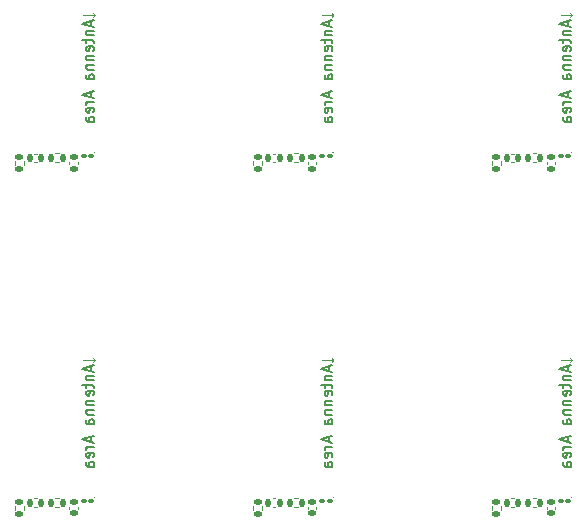
<source format=gbo>
G04 #@! TF.GenerationSoftware,KiCad,Pcbnew,9.0.0-9.0.0-2~ubuntu24.04.1*
G04 #@! TF.CreationDate,2025-03-16T16:10:10-04:00*
G04 #@! TF.ProjectId,panel9,70616e65-6c39-42e6-9b69-6361645f7063,rev?*
G04 #@! TF.SameCoordinates,Original*
G04 #@! TF.FileFunction,Legend,Bot*
G04 #@! TF.FilePolarity,Positive*
%FSLAX46Y46*%
G04 Gerber Fmt 4.6, Leading zero omitted, Abs format (unit mm)*
G04 Created by KiCad (PCBNEW 9.0.0-9.0.0-2~ubuntu24.04.1) date 2025-03-16 16:10:10*
%MOMM*%
%LPD*%
G01*
G04 APERTURE LIST*
G04 Aperture macros list*
%AMRoundRect*
0 Rectangle with rounded corners*
0 $1 Rounding radius*
0 $2 $3 $4 $5 $6 $7 $8 $9 X,Y pos of 4 corners*
0 Add a 4 corners polygon primitive as box body*
4,1,4,$2,$3,$4,$5,$6,$7,$8,$9,$2,$3,0*
0 Add four circle primitives for the rounded corners*
1,1,$1+$1,$2,$3*
1,1,$1+$1,$4,$5*
1,1,$1+$1,$6,$7*
1,1,$1+$1,$8,$9*
0 Add four rect primitives between the rounded corners*
20,1,$1+$1,$2,$3,$4,$5,0*
20,1,$1+$1,$4,$5,$6,$7,0*
20,1,$1+$1,$6,$7,$8,$9,0*
20,1,$1+$1,$8,$9,$2,$3,0*%
%AMFreePoly0*
4,1,6,0.725000,-0.725000,-0.125000,-0.725000,-0.725000,-0.125000,-0.725000,0.725000,0.725000,0.725000,0.725000,-0.725000,0.725000,-0.725000,$1*%
G04 Aperture macros list end*
%ADD10C,0.150000*%
%ADD11C,0.100000*%
%ADD12C,0.120000*%
%ADD13C,0.600000*%
%ADD14C,2.000000*%
%ADD15R,0.600000X0.600000*%
%ADD16O,0.600000X0.600000*%
%ADD17R,1.350000X1.350000*%
%ADD18O,1.350000X1.350000*%
%ADD19C,2.374900*%
%ADD20C,0.990600*%
%ADD21RoundRect,0.100000X-0.130000X-0.100000X0.130000X-0.100000X0.130000X0.100000X-0.130000X0.100000X0*%
%ADD22R,0.400000X0.800000*%
%ADD23R,0.800000X0.400000*%
%ADD24R,1.450000X1.450000*%
%ADD25FreePoly0,90.000000*%
%ADD26R,0.700000X0.700000*%
%ADD27RoundRect,0.135000X-0.185000X0.135000X-0.185000X-0.135000X0.185000X-0.135000X0.185000X0.135000X0*%
%ADD28RoundRect,0.135000X-0.135000X-0.185000X0.135000X-0.185000X0.135000X0.185000X-0.135000X0.185000X0*%
%ADD29C,1.000000*%
%ADD30RoundRect,0.140000X-0.170000X0.140000X-0.170000X-0.140000X0.170000X-0.140000X0.170000X0.140000X0*%
%ADD31RoundRect,0.140000X-0.140000X-0.170000X0.140000X-0.170000X0.140000X0.170000X-0.140000X0.170000X0*%
G04 APERTURE END LIST*
D10*
X23969104Y-21114284D02*
X23969104Y-21542856D01*
X24254819Y-21028570D02*
X23254819Y-21328570D01*
X23254819Y-21328570D02*
X24254819Y-21628570D01*
X23588152Y-21928570D02*
X24254819Y-21928570D01*
X23683390Y-21928570D02*
X23635771Y-21971427D01*
X23635771Y-21971427D02*
X23588152Y-22057142D01*
X23588152Y-22057142D02*
X23588152Y-22185713D01*
X23588152Y-22185713D02*
X23635771Y-22271427D01*
X23635771Y-22271427D02*
X23731009Y-22314285D01*
X23731009Y-22314285D02*
X24254819Y-22314285D01*
X23588152Y-22614285D02*
X23588152Y-22957142D01*
X23254819Y-22742856D02*
X24111961Y-22742856D01*
X24111961Y-22742856D02*
X24207200Y-22785713D01*
X24207200Y-22785713D02*
X24254819Y-22871428D01*
X24254819Y-22871428D02*
X24254819Y-22957142D01*
X24207200Y-23599999D02*
X24254819Y-23514285D01*
X24254819Y-23514285D02*
X24254819Y-23342857D01*
X24254819Y-23342857D02*
X24207200Y-23257142D01*
X24207200Y-23257142D02*
X24111961Y-23214285D01*
X24111961Y-23214285D02*
X23731009Y-23214285D01*
X23731009Y-23214285D02*
X23635771Y-23257142D01*
X23635771Y-23257142D02*
X23588152Y-23342857D01*
X23588152Y-23342857D02*
X23588152Y-23514285D01*
X23588152Y-23514285D02*
X23635771Y-23599999D01*
X23635771Y-23599999D02*
X23731009Y-23642857D01*
X23731009Y-23642857D02*
X23826247Y-23642857D01*
X23826247Y-23642857D02*
X23921485Y-23214285D01*
X23588152Y-24028571D02*
X24254819Y-24028571D01*
X23683390Y-24028571D02*
X23635771Y-24071428D01*
X23635771Y-24071428D02*
X23588152Y-24157143D01*
X23588152Y-24157143D02*
X23588152Y-24285714D01*
X23588152Y-24285714D02*
X23635771Y-24371428D01*
X23635771Y-24371428D02*
X23731009Y-24414286D01*
X23731009Y-24414286D02*
X24254819Y-24414286D01*
X23588152Y-24842857D02*
X24254819Y-24842857D01*
X23683390Y-24842857D02*
X23635771Y-24885714D01*
X23635771Y-24885714D02*
X23588152Y-24971429D01*
X23588152Y-24971429D02*
X23588152Y-25100000D01*
X23588152Y-25100000D02*
X23635771Y-25185714D01*
X23635771Y-25185714D02*
X23731009Y-25228572D01*
X23731009Y-25228572D02*
X24254819Y-25228572D01*
X24254819Y-26042858D02*
X23731009Y-26042858D01*
X23731009Y-26042858D02*
X23635771Y-26000000D01*
X23635771Y-26000000D02*
X23588152Y-25914286D01*
X23588152Y-25914286D02*
X23588152Y-25742858D01*
X23588152Y-25742858D02*
X23635771Y-25657143D01*
X24207200Y-26042858D02*
X24254819Y-25957143D01*
X24254819Y-25957143D02*
X24254819Y-25742858D01*
X24254819Y-25742858D02*
X24207200Y-25657143D01*
X24207200Y-25657143D02*
X24111961Y-25614286D01*
X24111961Y-25614286D02*
X24016723Y-25614286D01*
X24016723Y-25614286D02*
X23921485Y-25657143D01*
X23921485Y-25657143D02*
X23873866Y-25742858D01*
X23873866Y-25742858D02*
X23873866Y-25957143D01*
X23873866Y-25957143D02*
X23826247Y-26042858D01*
X23969104Y-27114286D02*
X23969104Y-27542858D01*
X24254819Y-27028572D02*
X23254819Y-27328572D01*
X23254819Y-27328572D02*
X24254819Y-27628572D01*
X24254819Y-27928572D02*
X23588152Y-27928572D01*
X23778628Y-27928572D02*
X23683390Y-27971429D01*
X23683390Y-27971429D02*
X23635771Y-28014287D01*
X23635771Y-28014287D02*
X23588152Y-28100001D01*
X23588152Y-28100001D02*
X23588152Y-28185715D01*
X24207200Y-28828572D02*
X24254819Y-28742858D01*
X24254819Y-28742858D02*
X24254819Y-28571430D01*
X24254819Y-28571430D02*
X24207200Y-28485715D01*
X24207200Y-28485715D02*
X24111961Y-28442858D01*
X24111961Y-28442858D02*
X23731009Y-28442858D01*
X23731009Y-28442858D02*
X23635771Y-28485715D01*
X23635771Y-28485715D02*
X23588152Y-28571430D01*
X23588152Y-28571430D02*
X23588152Y-28742858D01*
X23588152Y-28742858D02*
X23635771Y-28828572D01*
X23635771Y-28828572D02*
X23731009Y-28871430D01*
X23731009Y-28871430D02*
X23826247Y-28871430D01*
X23826247Y-28871430D02*
X23921485Y-28442858D01*
X24254819Y-29642859D02*
X23731009Y-29642859D01*
X23731009Y-29642859D02*
X23635771Y-29600001D01*
X23635771Y-29600001D02*
X23588152Y-29514287D01*
X23588152Y-29514287D02*
X23588152Y-29342859D01*
X23588152Y-29342859D02*
X23635771Y-29257144D01*
X24207200Y-29642859D02*
X24254819Y-29557144D01*
X24254819Y-29557144D02*
X24254819Y-29342859D01*
X24254819Y-29342859D02*
X24207200Y-29257144D01*
X24207200Y-29257144D02*
X24111961Y-29214287D01*
X24111961Y-29214287D02*
X24016723Y-29214287D01*
X24016723Y-29214287D02*
X23921485Y-29257144D01*
X23921485Y-29257144D02*
X23873866Y-29342859D01*
X23873866Y-29342859D02*
X23873866Y-29557144D01*
X23873866Y-29557144D02*
X23826247Y-29642859D01*
X64369104Y-21114284D02*
X64369104Y-21542856D01*
X64654819Y-21028570D02*
X63654819Y-21328570D01*
X63654819Y-21328570D02*
X64654819Y-21628570D01*
X63988152Y-21928570D02*
X64654819Y-21928570D01*
X64083390Y-21928570D02*
X64035771Y-21971427D01*
X64035771Y-21971427D02*
X63988152Y-22057142D01*
X63988152Y-22057142D02*
X63988152Y-22185713D01*
X63988152Y-22185713D02*
X64035771Y-22271427D01*
X64035771Y-22271427D02*
X64131009Y-22314285D01*
X64131009Y-22314285D02*
X64654819Y-22314285D01*
X63988152Y-22614285D02*
X63988152Y-22957142D01*
X63654819Y-22742856D02*
X64511961Y-22742856D01*
X64511961Y-22742856D02*
X64607200Y-22785713D01*
X64607200Y-22785713D02*
X64654819Y-22871428D01*
X64654819Y-22871428D02*
X64654819Y-22957142D01*
X64607200Y-23599999D02*
X64654819Y-23514285D01*
X64654819Y-23514285D02*
X64654819Y-23342857D01*
X64654819Y-23342857D02*
X64607200Y-23257142D01*
X64607200Y-23257142D02*
X64511961Y-23214285D01*
X64511961Y-23214285D02*
X64131009Y-23214285D01*
X64131009Y-23214285D02*
X64035771Y-23257142D01*
X64035771Y-23257142D02*
X63988152Y-23342857D01*
X63988152Y-23342857D02*
X63988152Y-23514285D01*
X63988152Y-23514285D02*
X64035771Y-23599999D01*
X64035771Y-23599999D02*
X64131009Y-23642857D01*
X64131009Y-23642857D02*
X64226247Y-23642857D01*
X64226247Y-23642857D02*
X64321485Y-23214285D01*
X63988152Y-24028571D02*
X64654819Y-24028571D01*
X64083390Y-24028571D02*
X64035771Y-24071428D01*
X64035771Y-24071428D02*
X63988152Y-24157143D01*
X63988152Y-24157143D02*
X63988152Y-24285714D01*
X63988152Y-24285714D02*
X64035771Y-24371428D01*
X64035771Y-24371428D02*
X64131009Y-24414286D01*
X64131009Y-24414286D02*
X64654819Y-24414286D01*
X63988152Y-24842857D02*
X64654819Y-24842857D01*
X64083390Y-24842857D02*
X64035771Y-24885714D01*
X64035771Y-24885714D02*
X63988152Y-24971429D01*
X63988152Y-24971429D02*
X63988152Y-25100000D01*
X63988152Y-25100000D02*
X64035771Y-25185714D01*
X64035771Y-25185714D02*
X64131009Y-25228572D01*
X64131009Y-25228572D02*
X64654819Y-25228572D01*
X64654819Y-26042858D02*
X64131009Y-26042858D01*
X64131009Y-26042858D02*
X64035771Y-26000000D01*
X64035771Y-26000000D02*
X63988152Y-25914286D01*
X63988152Y-25914286D02*
X63988152Y-25742858D01*
X63988152Y-25742858D02*
X64035771Y-25657143D01*
X64607200Y-26042858D02*
X64654819Y-25957143D01*
X64654819Y-25957143D02*
X64654819Y-25742858D01*
X64654819Y-25742858D02*
X64607200Y-25657143D01*
X64607200Y-25657143D02*
X64511961Y-25614286D01*
X64511961Y-25614286D02*
X64416723Y-25614286D01*
X64416723Y-25614286D02*
X64321485Y-25657143D01*
X64321485Y-25657143D02*
X64273866Y-25742858D01*
X64273866Y-25742858D02*
X64273866Y-25957143D01*
X64273866Y-25957143D02*
X64226247Y-26042858D01*
X64369104Y-27114286D02*
X64369104Y-27542858D01*
X64654819Y-27028572D02*
X63654819Y-27328572D01*
X63654819Y-27328572D02*
X64654819Y-27628572D01*
X64654819Y-27928572D02*
X63988152Y-27928572D01*
X64178628Y-27928572D02*
X64083390Y-27971429D01*
X64083390Y-27971429D02*
X64035771Y-28014287D01*
X64035771Y-28014287D02*
X63988152Y-28100001D01*
X63988152Y-28100001D02*
X63988152Y-28185715D01*
X64607200Y-28828572D02*
X64654819Y-28742858D01*
X64654819Y-28742858D02*
X64654819Y-28571430D01*
X64654819Y-28571430D02*
X64607200Y-28485715D01*
X64607200Y-28485715D02*
X64511961Y-28442858D01*
X64511961Y-28442858D02*
X64131009Y-28442858D01*
X64131009Y-28442858D02*
X64035771Y-28485715D01*
X64035771Y-28485715D02*
X63988152Y-28571430D01*
X63988152Y-28571430D02*
X63988152Y-28742858D01*
X63988152Y-28742858D02*
X64035771Y-28828572D01*
X64035771Y-28828572D02*
X64131009Y-28871430D01*
X64131009Y-28871430D02*
X64226247Y-28871430D01*
X64226247Y-28871430D02*
X64321485Y-28442858D01*
X64654819Y-29642859D02*
X64131009Y-29642859D01*
X64131009Y-29642859D02*
X64035771Y-29600001D01*
X64035771Y-29600001D02*
X63988152Y-29514287D01*
X63988152Y-29514287D02*
X63988152Y-29342859D01*
X63988152Y-29342859D02*
X64035771Y-29257144D01*
X64607200Y-29642859D02*
X64654819Y-29557144D01*
X64654819Y-29557144D02*
X64654819Y-29342859D01*
X64654819Y-29342859D02*
X64607200Y-29257144D01*
X64607200Y-29257144D02*
X64511961Y-29214287D01*
X64511961Y-29214287D02*
X64416723Y-29214287D01*
X64416723Y-29214287D02*
X64321485Y-29257144D01*
X64321485Y-29257144D02*
X64273866Y-29342859D01*
X64273866Y-29342859D02*
X64273866Y-29557144D01*
X64273866Y-29557144D02*
X64226247Y-29642859D01*
X44169104Y-50314284D02*
X44169104Y-50742856D01*
X44454819Y-50228570D02*
X43454819Y-50528570D01*
X43454819Y-50528570D02*
X44454819Y-50828570D01*
X43788152Y-51128570D02*
X44454819Y-51128570D01*
X43883390Y-51128570D02*
X43835771Y-51171427D01*
X43835771Y-51171427D02*
X43788152Y-51257142D01*
X43788152Y-51257142D02*
X43788152Y-51385713D01*
X43788152Y-51385713D02*
X43835771Y-51471427D01*
X43835771Y-51471427D02*
X43931009Y-51514285D01*
X43931009Y-51514285D02*
X44454819Y-51514285D01*
X43788152Y-51814285D02*
X43788152Y-52157142D01*
X43454819Y-51942856D02*
X44311961Y-51942856D01*
X44311961Y-51942856D02*
X44407200Y-51985713D01*
X44407200Y-51985713D02*
X44454819Y-52071428D01*
X44454819Y-52071428D02*
X44454819Y-52157142D01*
X44407200Y-52799999D02*
X44454819Y-52714285D01*
X44454819Y-52714285D02*
X44454819Y-52542857D01*
X44454819Y-52542857D02*
X44407200Y-52457142D01*
X44407200Y-52457142D02*
X44311961Y-52414285D01*
X44311961Y-52414285D02*
X43931009Y-52414285D01*
X43931009Y-52414285D02*
X43835771Y-52457142D01*
X43835771Y-52457142D02*
X43788152Y-52542857D01*
X43788152Y-52542857D02*
X43788152Y-52714285D01*
X43788152Y-52714285D02*
X43835771Y-52799999D01*
X43835771Y-52799999D02*
X43931009Y-52842857D01*
X43931009Y-52842857D02*
X44026247Y-52842857D01*
X44026247Y-52842857D02*
X44121485Y-52414285D01*
X43788152Y-53228571D02*
X44454819Y-53228571D01*
X43883390Y-53228571D02*
X43835771Y-53271428D01*
X43835771Y-53271428D02*
X43788152Y-53357143D01*
X43788152Y-53357143D02*
X43788152Y-53485714D01*
X43788152Y-53485714D02*
X43835771Y-53571428D01*
X43835771Y-53571428D02*
X43931009Y-53614286D01*
X43931009Y-53614286D02*
X44454819Y-53614286D01*
X43788152Y-54042857D02*
X44454819Y-54042857D01*
X43883390Y-54042857D02*
X43835771Y-54085714D01*
X43835771Y-54085714D02*
X43788152Y-54171429D01*
X43788152Y-54171429D02*
X43788152Y-54300000D01*
X43788152Y-54300000D02*
X43835771Y-54385714D01*
X43835771Y-54385714D02*
X43931009Y-54428572D01*
X43931009Y-54428572D02*
X44454819Y-54428572D01*
X44454819Y-55242858D02*
X43931009Y-55242858D01*
X43931009Y-55242858D02*
X43835771Y-55200000D01*
X43835771Y-55200000D02*
X43788152Y-55114286D01*
X43788152Y-55114286D02*
X43788152Y-54942858D01*
X43788152Y-54942858D02*
X43835771Y-54857143D01*
X44407200Y-55242858D02*
X44454819Y-55157143D01*
X44454819Y-55157143D02*
X44454819Y-54942858D01*
X44454819Y-54942858D02*
X44407200Y-54857143D01*
X44407200Y-54857143D02*
X44311961Y-54814286D01*
X44311961Y-54814286D02*
X44216723Y-54814286D01*
X44216723Y-54814286D02*
X44121485Y-54857143D01*
X44121485Y-54857143D02*
X44073866Y-54942858D01*
X44073866Y-54942858D02*
X44073866Y-55157143D01*
X44073866Y-55157143D02*
X44026247Y-55242858D01*
X44169104Y-56314286D02*
X44169104Y-56742858D01*
X44454819Y-56228572D02*
X43454819Y-56528572D01*
X43454819Y-56528572D02*
X44454819Y-56828572D01*
X44454819Y-57128572D02*
X43788152Y-57128572D01*
X43978628Y-57128572D02*
X43883390Y-57171429D01*
X43883390Y-57171429D02*
X43835771Y-57214287D01*
X43835771Y-57214287D02*
X43788152Y-57300001D01*
X43788152Y-57300001D02*
X43788152Y-57385715D01*
X44407200Y-58028572D02*
X44454819Y-57942858D01*
X44454819Y-57942858D02*
X44454819Y-57771430D01*
X44454819Y-57771430D02*
X44407200Y-57685715D01*
X44407200Y-57685715D02*
X44311961Y-57642858D01*
X44311961Y-57642858D02*
X43931009Y-57642858D01*
X43931009Y-57642858D02*
X43835771Y-57685715D01*
X43835771Y-57685715D02*
X43788152Y-57771430D01*
X43788152Y-57771430D02*
X43788152Y-57942858D01*
X43788152Y-57942858D02*
X43835771Y-58028572D01*
X43835771Y-58028572D02*
X43931009Y-58071430D01*
X43931009Y-58071430D02*
X44026247Y-58071430D01*
X44026247Y-58071430D02*
X44121485Y-57642858D01*
X44454819Y-58842859D02*
X43931009Y-58842859D01*
X43931009Y-58842859D02*
X43835771Y-58800001D01*
X43835771Y-58800001D02*
X43788152Y-58714287D01*
X43788152Y-58714287D02*
X43788152Y-58542859D01*
X43788152Y-58542859D02*
X43835771Y-58457144D01*
X44407200Y-58842859D02*
X44454819Y-58757144D01*
X44454819Y-58757144D02*
X44454819Y-58542859D01*
X44454819Y-58542859D02*
X44407200Y-58457144D01*
X44407200Y-58457144D02*
X44311961Y-58414287D01*
X44311961Y-58414287D02*
X44216723Y-58414287D01*
X44216723Y-58414287D02*
X44121485Y-58457144D01*
X44121485Y-58457144D02*
X44073866Y-58542859D01*
X44073866Y-58542859D02*
X44073866Y-58757144D01*
X44073866Y-58757144D02*
X44026247Y-58842859D01*
X64369104Y-50314284D02*
X64369104Y-50742856D01*
X64654819Y-50228570D02*
X63654819Y-50528570D01*
X63654819Y-50528570D02*
X64654819Y-50828570D01*
X63988152Y-51128570D02*
X64654819Y-51128570D01*
X64083390Y-51128570D02*
X64035771Y-51171427D01*
X64035771Y-51171427D02*
X63988152Y-51257142D01*
X63988152Y-51257142D02*
X63988152Y-51385713D01*
X63988152Y-51385713D02*
X64035771Y-51471427D01*
X64035771Y-51471427D02*
X64131009Y-51514285D01*
X64131009Y-51514285D02*
X64654819Y-51514285D01*
X63988152Y-51814285D02*
X63988152Y-52157142D01*
X63654819Y-51942856D02*
X64511961Y-51942856D01*
X64511961Y-51942856D02*
X64607200Y-51985713D01*
X64607200Y-51985713D02*
X64654819Y-52071428D01*
X64654819Y-52071428D02*
X64654819Y-52157142D01*
X64607200Y-52799999D02*
X64654819Y-52714285D01*
X64654819Y-52714285D02*
X64654819Y-52542857D01*
X64654819Y-52542857D02*
X64607200Y-52457142D01*
X64607200Y-52457142D02*
X64511961Y-52414285D01*
X64511961Y-52414285D02*
X64131009Y-52414285D01*
X64131009Y-52414285D02*
X64035771Y-52457142D01*
X64035771Y-52457142D02*
X63988152Y-52542857D01*
X63988152Y-52542857D02*
X63988152Y-52714285D01*
X63988152Y-52714285D02*
X64035771Y-52799999D01*
X64035771Y-52799999D02*
X64131009Y-52842857D01*
X64131009Y-52842857D02*
X64226247Y-52842857D01*
X64226247Y-52842857D02*
X64321485Y-52414285D01*
X63988152Y-53228571D02*
X64654819Y-53228571D01*
X64083390Y-53228571D02*
X64035771Y-53271428D01*
X64035771Y-53271428D02*
X63988152Y-53357143D01*
X63988152Y-53357143D02*
X63988152Y-53485714D01*
X63988152Y-53485714D02*
X64035771Y-53571428D01*
X64035771Y-53571428D02*
X64131009Y-53614286D01*
X64131009Y-53614286D02*
X64654819Y-53614286D01*
X63988152Y-54042857D02*
X64654819Y-54042857D01*
X64083390Y-54042857D02*
X64035771Y-54085714D01*
X64035771Y-54085714D02*
X63988152Y-54171429D01*
X63988152Y-54171429D02*
X63988152Y-54300000D01*
X63988152Y-54300000D02*
X64035771Y-54385714D01*
X64035771Y-54385714D02*
X64131009Y-54428572D01*
X64131009Y-54428572D02*
X64654819Y-54428572D01*
X64654819Y-55242858D02*
X64131009Y-55242858D01*
X64131009Y-55242858D02*
X64035771Y-55200000D01*
X64035771Y-55200000D02*
X63988152Y-55114286D01*
X63988152Y-55114286D02*
X63988152Y-54942858D01*
X63988152Y-54942858D02*
X64035771Y-54857143D01*
X64607200Y-55242858D02*
X64654819Y-55157143D01*
X64654819Y-55157143D02*
X64654819Y-54942858D01*
X64654819Y-54942858D02*
X64607200Y-54857143D01*
X64607200Y-54857143D02*
X64511961Y-54814286D01*
X64511961Y-54814286D02*
X64416723Y-54814286D01*
X64416723Y-54814286D02*
X64321485Y-54857143D01*
X64321485Y-54857143D02*
X64273866Y-54942858D01*
X64273866Y-54942858D02*
X64273866Y-55157143D01*
X64273866Y-55157143D02*
X64226247Y-55242858D01*
X64369104Y-56314286D02*
X64369104Y-56742858D01*
X64654819Y-56228572D02*
X63654819Y-56528572D01*
X63654819Y-56528572D02*
X64654819Y-56828572D01*
X64654819Y-57128572D02*
X63988152Y-57128572D01*
X64178628Y-57128572D02*
X64083390Y-57171429D01*
X64083390Y-57171429D02*
X64035771Y-57214287D01*
X64035771Y-57214287D02*
X63988152Y-57300001D01*
X63988152Y-57300001D02*
X63988152Y-57385715D01*
X64607200Y-58028572D02*
X64654819Y-57942858D01*
X64654819Y-57942858D02*
X64654819Y-57771430D01*
X64654819Y-57771430D02*
X64607200Y-57685715D01*
X64607200Y-57685715D02*
X64511961Y-57642858D01*
X64511961Y-57642858D02*
X64131009Y-57642858D01*
X64131009Y-57642858D02*
X64035771Y-57685715D01*
X64035771Y-57685715D02*
X63988152Y-57771430D01*
X63988152Y-57771430D02*
X63988152Y-57942858D01*
X63988152Y-57942858D02*
X64035771Y-58028572D01*
X64035771Y-58028572D02*
X64131009Y-58071430D01*
X64131009Y-58071430D02*
X64226247Y-58071430D01*
X64226247Y-58071430D02*
X64321485Y-57642858D01*
X64654819Y-58842859D02*
X64131009Y-58842859D01*
X64131009Y-58842859D02*
X64035771Y-58800001D01*
X64035771Y-58800001D02*
X63988152Y-58714287D01*
X63988152Y-58714287D02*
X63988152Y-58542859D01*
X63988152Y-58542859D02*
X64035771Y-58457144D01*
X64607200Y-58842859D02*
X64654819Y-58757144D01*
X64654819Y-58757144D02*
X64654819Y-58542859D01*
X64654819Y-58542859D02*
X64607200Y-58457144D01*
X64607200Y-58457144D02*
X64511961Y-58414287D01*
X64511961Y-58414287D02*
X64416723Y-58414287D01*
X64416723Y-58414287D02*
X64321485Y-58457144D01*
X64321485Y-58457144D02*
X64273866Y-58542859D01*
X64273866Y-58542859D02*
X64273866Y-58757144D01*
X64273866Y-58757144D02*
X64226247Y-58842859D01*
X23969104Y-50314284D02*
X23969104Y-50742856D01*
X24254819Y-50228570D02*
X23254819Y-50528570D01*
X23254819Y-50528570D02*
X24254819Y-50828570D01*
X23588152Y-51128570D02*
X24254819Y-51128570D01*
X23683390Y-51128570D02*
X23635771Y-51171427D01*
X23635771Y-51171427D02*
X23588152Y-51257142D01*
X23588152Y-51257142D02*
X23588152Y-51385713D01*
X23588152Y-51385713D02*
X23635771Y-51471427D01*
X23635771Y-51471427D02*
X23731009Y-51514285D01*
X23731009Y-51514285D02*
X24254819Y-51514285D01*
X23588152Y-51814285D02*
X23588152Y-52157142D01*
X23254819Y-51942856D02*
X24111961Y-51942856D01*
X24111961Y-51942856D02*
X24207200Y-51985713D01*
X24207200Y-51985713D02*
X24254819Y-52071428D01*
X24254819Y-52071428D02*
X24254819Y-52157142D01*
X24207200Y-52799999D02*
X24254819Y-52714285D01*
X24254819Y-52714285D02*
X24254819Y-52542857D01*
X24254819Y-52542857D02*
X24207200Y-52457142D01*
X24207200Y-52457142D02*
X24111961Y-52414285D01*
X24111961Y-52414285D02*
X23731009Y-52414285D01*
X23731009Y-52414285D02*
X23635771Y-52457142D01*
X23635771Y-52457142D02*
X23588152Y-52542857D01*
X23588152Y-52542857D02*
X23588152Y-52714285D01*
X23588152Y-52714285D02*
X23635771Y-52799999D01*
X23635771Y-52799999D02*
X23731009Y-52842857D01*
X23731009Y-52842857D02*
X23826247Y-52842857D01*
X23826247Y-52842857D02*
X23921485Y-52414285D01*
X23588152Y-53228571D02*
X24254819Y-53228571D01*
X23683390Y-53228571D02*
X23635771Y-53271428D01*
X23635771Y-53271428D02*
X23588152Y-53357143D01*
X23588152Y-53357143D02*
X23588152Y-53485714D01*
X23588152Y-53485714D02*
X23635771Y-53571428D01*
X23635771Y-53571428D02*
X23731009Y-53614286D01*
X23731009Y-53614286D02*
X24254819Y-53614286D01*
X23588152Y-54042857D02*
X24254819Y-54042857D01*
X23683390Y-54042857D02*
X23635771Y-54085714D01*
X23635771Y-54085714D02*
X23588152Y-54171429D01*
X23588152Y-54171429D02*
X23588152Y-54300000D01*
X23588152Y-54300000D02*
X23635771Y-54385714D01*
X23635771Y-54385714D02*
X23731009Y-54428572D01*
X23731009Y-54428572D02*
X24254819Y-54428572D01*
X24254819Y-55242858D02*
X23731009Y-55242858D01*
X23731009Y-55242858D02*
X23635771Y-55200000D01*
X23635771Y-55200000D02*
X23588152Y-55114286D01*
X23588152Y-55114286D02*
X23588152Y-54942858D01*
X23588152Y-54942858D02*
X23635771Y-54857143D01*
X24207200Y-55242858D02*
X24254819Y-55157143D01*
X24254819Y-55157143D02*
X24254819Y-54942858D01*
X24254819Y-54942858D02*
X24207200Y-54857143D01*
X24207200Y-54857143D02*
X24111961Y-54814286D01*
X24111961Y-54814286D02*
X24016723Y-54814286D01*
X24016723Y-54814286D02*
X23921485Y-54857143D01*
X23921485Y-54857143D02*
X23873866Y-54942858D01*
X23873866Y-54942858D02*
X23873866Y-55157143D01*
X23873866Y-55157143D02*
X23826247Y-55242858D01*
X23969104Y-56314286D02*
X23969104Y-56742858D01*
X24254819Y-56228572D02*
X23254819Y-56528572D01*
X23254819Y-56528572D02*
X24254819Y-56828572D01*
X24254819Y-57128572D02*
X23588152Y-57128572D01*
X23778628Y-57128572D02*
X23683390Y-57171429D01*
X23683390Y-57171429D02*
X23635771Y-57214287D01*
X23635771Y-57214287D02*
X23588152Y-57300001D01*
X23588152Y-57300001D02*
X23588152Y-57385715D01*
X24207200Y-58028572D02*
X24254819Y-57942858D01*
X24254819Y-57942858D02*
X24254819Y-57771430D01*
X24254819Y-57771430D02*
X24207200Y-57685715D01*
X24207200Y-57685715D02*
X24111961Y-57642858D01*
X24111961Y-57642858D02*
X23731009Y-57642858D01*
X23731009Y-57642858D02*
X23635771Y-57685715D01*
X23635771Y-57685715D02*
X23588152Y-57771430D01*
X23588152Y-57771430D02*
X23588152Y-57942858D01*
X23588152Y-57942858D02*
X23635771Y-58028572D01*
X23635771Y-58028572D02*
X23731009Y-58071430D01*
X23731009Y-58071430D02*
X23826247Y-58071430D01*
X23826247Y-58071430D02*
X23921485Y-57642858D01*
X24254819Y-58842859D02*
X23731009Y-58842859D01*
X23731009Y-58842859D02*
X23635771Y-58800001D01*
X23635771Y-58800001D02*
X23588152Y-58714287D01*
X23588152Y-58714287D02*
X23588152Y-58542859D01*
X23588152Y-58542859D02*
X23635771Y-58457144D01*
X24207200Y-58842859D02*
X24254819Y-58757144D01*
X24254819Y-58757144D02*
X24254819Y-58542859D01*
X24254819Y-58542859D02*
X24207200Y-58457144D01*
X24207200Y-58457144D02*
X24111961Y-58414287D01*
X24111961Y-58414287D02*
X24016723Y-58414287D01*
X24016723Y-58414287D02*
X23921485Y-58457144D01*
X23921485Y-58457144D02*
X23873866Y-58542859D01*
X23873866Y-58542859D02*
X23873866Y-58757144D01*
X23873866Y-58757144D02*
X23826247Y-58842859D01*
X44169104Y-21114284D02*
X44169104Y-21542856D01*
X44454819Y-21028570D02*
X43454819Y-21328570D01*
X43454819Y-21328570D02*
X44454819Y-21628570D01*
X43788152Y-21928570D02*
X44454819Y-21928570D01*
X43883390Y-21928570D02*
X43835771Y-21971427D01*
X43835771Y-21971427D02*
X43788152Y-22057142D01*
X43788152Y-22057142D02*
X43788152Y-22185713D01*
X43788152Y-22185713D02*
X43835771Y-22271427D01*
X43835771Y-22271427D02*
X43931009Y-22314285D01*
X43931009Y-22314285D02*
X44454819Y-22314285D01*
X43788152Y-22614285D02*
X43788152Y-22957142D01*
X43454819Y-22742856D02*
X44311961Y-22742856D01*
X44311961Y-22742856D02*
X44407200Y-22785713D01*
X44407200Y-22785713D02*
X44454819Y-22871428D01*
X44454819Y-22871428D02*
X44454819Y-22957142D01*
X44407200Y-23599999D02*
X44454819Y-23514285D01*
X44454819Y-23514285D02*
X44454819Y-23342857D01*
X44454819Y-23342857D02*
X44407200Y-23257142D01*
X44407200Y-23257142D02*
X44311961Y-23214285D01*
X44311961Y-23214285D02*
X43931009Y-23214285D01*
X43931009Y-23214285D02*
X43835771Y-23257142D01*
X43835771Y-23257142D02*
X43788152Y-23342857D01*
X43788152Y-23342857D02*
X43788152Y-23514285D01*
X43788152Y-23514285D02*
X43835771Y-23599999D01*
X43835771Y-23599999D02*
X43931009Y-23642857D01*
X43931009Y-23642857D02*
X44026247Y-23642857D01*
X44026247Y-23642857D02*
X44121485Y-23214285D01*
X43788152Y-24028571D02*
X44454819Y-24028571D01*
X43883390Y-24028571D02*
X43835771Y-24071428D01*
X43835771Y-24071428D02*
X43788152Y-24157143D01*
X43788152Y-24157143D02*
X43788152Y-24285714D01*
X43788152Y-24285714D02*
X43835771Y-24371428D01*
X43835771Y-24371428D02*
X43931009Y-24414286D01*
X43931009Y-24414286D02*
X44454819Y-24414286D01*
X43788152Y-24842857D02*
X44454819Y-24842857D01*
X43883390Y-24842857D02*
X43835771Y-24885714D01*
X43835771Y-24885714D02*
X43788152Y-24971429D01*
X43788152Y-24971429D02*
X43788152Y-25100000D01*
X43788152Y-25100000D02*
X43835771Y-25185714D01*
X43835771Y-25185714D02*
X43931009Y-25228572D01*
X43931009Y-25228572D02*
X44454819Y-25228572D01*
X44454819Y-26042858D02*
X43931009Y-26042858D01*
X43931009Y-26042858D02*
X43835771Y-26000000D01*
X43835771Y-26000000D02*
X43788152Y-25914286D01*
X43788152Y-25914286D02*
X43788152Y-25742858D01*
X43788152Y-25742858D02*
X43835771Y-25657143D01*
X44407200Y-26042858D02*
X44454819Y-25957143D01*
X44454819Y-25957143D02*
X44454819Y-25742858D01*
X44454819Y-25742858D02*
X44407200Y-25657143D01*
X44407200Y-25657143D02*
X44311961Y-25614286D01*
X44311961Y-25614286D02*
X44216723Y-25614286D01*
X44216723Y-25614286D02*
X44121485Y-25657143D01*
X44121485Y-25657143D02*
X44073866Y-25742858D01*
X44073866Y-25742858D02*
X44073866Y-25957143D01*
X44073866Y-25957143D02*
X44026247Y-26042858D01*
X44169104Y-27114286D02*
X44169104Y-27542858D01*
X44454819Y-27028572D02*
X43454819Y-27328572D01*
X43454819Y-27328572D02*
X44454819Y-27628572D01*
X44454819Y-27928572D02*
X43788152Y-27928572D01*
X43978628Y-27928572D02*
X43883390Y-27971429D01*
X43883390Y-27971429D02*
X43835771Y-28014287D01*
X43835771Y-28014287D02*
X43788152Y-28100001D01*
X43788152Y-28100001D02*
X43788152Y-28185715D01*
X44407200Y-28828572D02*
X44454819Y-28742858D01*
X44454819Y-28742858D02*
X44454819Y-28571430D01*
X44454819Y-28571430D02*
X44407200Y-28485715D01*
X44407200Y-28485715D02*
X44311961Y-28442858D01*
X44311961Y-28442858D02*
X43931009Y-28442858D01*
X43931009Y-28442858D02*
X43835771Y-28485715D01*
X43835771Y-28485715D02*
X43788152Y-28571430D01*
X43788152Y-28571430D02*
X43788152Y-28742858D01*
X43788152Y-28742858D02*
X43835771Y-28828572D01*
X43835771Y-28828572D02*
X43931009Y-28871430D01*
X43931009Y-28871430D02*
X44026247Y-28871430D01*
X44026247Y-28871430D02*
X44121485Y-28442858D01*
X44454819Y-29642859D02*
X43931009Y-29642859D01*
X43931009Y-29642859D02*
X43835771Y-29600001D01*
X43835771Y-29600001D02*
X43788152Y-29514287D01*
X43788152Y-29514287D02*
X43788152Y-29342859D01*
X43788152Y-29342859D02*
X43835771Y-29257144D01*
X44407200Y-29642859D02*
X44454819Y-29557144D01*
X44454819Y-29557144D02*
X44454819Y-29342859D01*
X44454819Y-29342859D02*
X44407200Y-29257144D01*
X44407200Y-29257144D02*
X44311961Y-29214287D01*
X44311961Y-29214287D02*
X44216723Y-29214287D01*
X44216723Y-29214287D02*
X44121485Y-29257144D01*
X44121485Y-29257144D02*
X44073866Y-29342859D01*
X44073866Y-29342859D02*
X44073866Y-29557144D01*
X44073866Y-29557144D02*
X44026247Y-29642859D01*
D11*
G04 #@! TO.C,U3*
X23375000Y-20575000D02*
X24325000Y-20575000D01*
X24325000Y-20575000D02*
X24175000Y-20400000D01*
X24325000Y-20575000D02*
X24175000Y-20775000D01*
X24350000Y-32200000D02*
G75*
G02*
X24250000Y-32200000I-50000J0D01*
G01*
X24250000Y-32200000D02*
G75*
G02*
X24350000Y-32200000I50000J0D01*
G01*
X63775000Y-20575000D02*
X64725000Y-20575000D01*
X64725000Y-20575000D02*
X64575000Y-20400000D01*
X64725000Y-20575000D02*
X64575000Y-20775000D01*
X64750000Y-32200000D02*
G75*
G02*
X64650000Y-32200000I-50000J0D01*
G01*
X64650000Y-32200000D02*
G75*
G02*
X64750000Y-32200000I50000J0D01*
G01*
D12*
G04 #@! TO.C,R6*
X37750000Y-62176359D02*
X37750000Y-62483641D01*
X38510000Y-62176359D02*
X38510000Y-62483641D01*
G04 #@! TO.C,R10*
X61396359Y-32290000D02*
X61703641Y-32290000D01*
X61396359Y-33050000D02*
X61703641Y-33050000D01*
X20996359Y-61490000D02*
X21303641Y-61490000D01*
X20996359Y-62250000D02*
X21303641Y-62250000D01*
G04 #@! TO.C,R6*
X17550000Y-32976359D02*
X17550000Y-33283641D01*
X18310000Y-32976359D02*
X18310000Y-33283641D01*
X17550000Y-62176359D02*
X17550000Y-62483641D01*
X18310000Y-62176359D02*
X18310000Y-62483641D01*
G04 #@! TO.C,C14*
X22180000Y-33002164D02*
X22180000Y-33217836D01*
X22900000Y-33002164D02*
X22900000Y-33217836D01*
D11*
G04 #@! TO.C,U3*
X43575000Y-49775000D02*
X44525000Y-49775000D01*
X44525000Y-49775000D02*
X44375000Y-49600000D01*
X44525000Y-49775000D02*
X44375000Y-49975000D01*
X44550000Y-61400000D02*
G75*
G02*
X44450000Y-61400000I-50000J0D01*
G01*
X44450000Y-61400000D02*
G75*
G02*
X44550000Y-61400000I50000J0D01*
G01*
X63775000Y-49775000D02*
X64725000Y-49775000D01*
X64725000Y-49775000D02*
X64575000Y-49600000D01*
X64725000Y-49775000D02*
X64575000Y-49975000D01*
X64750000Y-61400000D02*
G75*
G02*
X64650000Y-61400000I-50000J0D01*
G01*
X64650000Y-61400000D02*
G75*
G02*
X64750000Y-61400000I50000J0D01*
G01*
D12*
G04 #@! TO.C,R6*
X37750000Y-32976359D02*
X37750000Y-33283641D01*
X38510000Y-32976359D02*
X38510000Y-33283641D01*
G04 #@! TO.C,C14*
X22180000Y-62202164D02*
X22180000Y-62417836D01*
X22900000Y-62202164D02*
X22900000Y-62417836D01*
G04 #@! TO.C,R6*
X57950000Y-32976359D02*
X57950000Y-33283641D01*
X58710000Y-32976359D02*
X58710000Y-33283641D01*
G04 #@! TO.C,C5*
X39402164Y-32320000D02*
X39617836Y-32320000D01*
X39402164Y-33040000D02*
X39617836Y-33040000D01*
G04 #@! TO.C,R10*
X41196359Y-61490000D02*
X41503641Y-61490000D01*
X41196359Y-62250000D02*
X41503641Y-62250000D01*
G04 #@! TO.C,C14*
X42380000Y-62202164D02*
X42380000Y-62417836D01*
X43100000Y-62202164D02*
X43100000Y-62417836D01*
G04 #@! TO.C,R10*
X41196359Y-32290000D02*
X41503641Y-32290000D01*
X41196359Y-33050000D02*
X41503641Y-33050000D01*
G04 #@! TO.C,R6*
X57950000Y-62176359D02*
X57950000Y-62483641D01*
X58710000Y-62176359D02*
X58710000Y-62483641D01*
G04 #@! TO.C,C14*
X62580000Y-62202164D02*
X62580000Y-62417836D01*
X63300000Y-62202164D02*
X63300000Y-62417836D01*
D11*
G04 #@! TO.C,U3*
X23375000Y-49775000D02*
X24325000Y-49775000D01*
X24325000Y-49775000D02*
X24175000Y-49600000D01*
X24325000Y-49775000D02*
X24175000Y-49975000D01*
X24350000Y-61400000D02*
G75*
G02*
X24250000Y-61400000I-50000J0D01*
G01*
X24250000Y-61400000D02*
G75*
G02*
X24350000Y-61400000I50000J0D01*
G01*
D12*
G04 #@! TO.C,R10*
X61396359Y-61490000D02*
X61703641Y-61490000D01*
X61396359Y-62250000D02*
X61703641Y-62250000D01*
G04 #@! TO.C,C14*
X42380000Y-33002164D02*
X42380000Y-33217836D01*
X43100000Y-33002164D02*
X43100000Y-33217836D01*
G04 #@! TO.C,C5*
X39402164Y-61520000D02*
X39617836Y-61520000D01*
X39402164Y-62240000D02*
X39617836Y-62240000D01*
X59602164Y-61520000D02*
X59817836Y-61520000D01*
X59602164Y-62240000D02*
X59817836Y-62240000D01*
G04 #@! TO.C,C14*
X62580000Y-33002164D02*
X62580000Y-33217836D01*
X63300000Y-33002164D02*
X63300000Y-33217836D01*
D11*
G04 #@! TO.C,U3*
X43575000Y-20575000D02*
X44525000Y-20575000D01*
X44525000Y-20575000D02*
X44375000Y-20400000D01*
X44525000Y-20575000D02*
X44375000Y-20775000D01*
X44550000Y-32200000D02*
G75*
G02*
X44450000Y-32200000I-50000J0D01*
G01*
X44450000Y-32200000D02*
G75*
G02*
X44550000Y-32200000I50000J0D01*
G01*
D12*
G04 #@! TO.C,C5*
X19202164Y-32320000D02*
X19417836Y-32320000D01*
X19202164Y-33040000D02*
X19417836Y-33040000D01*
X59602164Y-32320000D02*
X59817836Y-32320000D01*
X59602164Y-33040000D02*
X59817836Y-33040000D01*
X19202164Y-61520000D02*
X19417836Y-61520000D01*
X19202164Y-62240000D02*
X19417836Y-62240000D01*
G04 #@! TO.C,R10*
X20996359Y-32290000D02*
X21303641Y-32290000D01*
X20996359Y-33050000D02*
X21303641Y-33050000D01*
G04 #@! TD*
%LPC*%
D13*
G04 #@! TO.C,*
X76600000Y-15000000D03*
G04 #@! TD*
D14*
G04 #@! TO.C,KiKit_TO_1*
X2500000Y-2500000D03*
G04 #@! TD*
D13*
G04 #@! TO.C,REF\u002A\u002A*
X79600000Y-15000000D03*
G04 #@! TD*
G04 #@! TO.C,*
X75600000Y-15000000D03*
G04 #@! TD*
G04 #@! TO.C,*
X72600000Y-15000000D03*
G04 #@! TD*
D14*
G04 #@! TO.C,KiKit_TO_3*
X2500000Y-77500000D03*
G04 #@! TD*
D15*
G04 #@! TO.C,J3*
X18790000Y-33900000D03*
D16*
X19790000Y-33900000D03*
X20790000Y-33900000D03*
X21790000Y-33900000D03*
G04 #@! TD*
D17*
G04 #@! TO.C,J1*
X54100000Y-29900000D03*
D18*
X54100000Y-27400000D03*
X54100000Y-25400000D03*
X54100000Y-23400000D03*
X54100000Y-20900000D03*
G04 #@! TD*
D15*
G04 #@! TO.C,J3*
X38990000Y-33900000D03*
D16*
X39990000Y-33900000D03*
X40990000Y-33900000D03*
X41990000Y-33900000D03*
G04 #@! TD*
D13*
G04 #@! TO.C,J4*
X24070000Y-33900000D03*
G04 #@! TD*
G04 #@! TO.C,*
X70600000Y-65000000D03*
G04 #@! TD*
G04 #@! TO.C,*
X8400000Y-15000000D03*
G04 #@! TD*
G04 #@! TO.C,*
X74600000Y-15000000D03*
G04 #@! TD*
D17*
G04 #@! TO.C,J1*
X54100000Y-59100000D03*
D18*
X54100000Y-56600000D03*
X54100000Y-54600000D03*
X54100000Y-52600000D03*
X54100000Y-50100000D03*
G04 #@! TD*
D13*
G04 #@! TO.C,*
X3400000Y-65000000D03*
G04 #@! TD*
G04 #@! TO.C,*
X3400000Y-15000000D03*
G04 #@! TD*
D17*
G04 #@! TO.C,J1*
X33900000Y-59100000D03*
D18*
X33900000Y-56600000D03*
X33900000Y-54600000D03*
X33900000Y-52600000D03*
X33900000Y-50100000D03*
G04 #@! TD*
D17*
G04 #@! TO.C,J1*
X13700000Y-29900000D03*
D18*
X13700000Y-27400000D03*
X13700000Y-25400000D03*
X13700000Y-23400000D03*
X13700000Y-20900000D03*
G04 #@! TD*
D17*
G04 #@! TO.C,J1*
X33900000Y-29900000D03*
D18*
X33900000Y-27400000D03*
X33900000Y-25400000D03*
X33900000Y-23400000D03*
X33900000Y-20900000D03*
G04 #@! TD*
D15*
G04 #@! TO.C,J3*
X38990000Y-63100000D03*
D16*
X39990000Y-63100000D03*
X40990000Y-63100000D03*
X41990000Y-63100000D03*
G04 #@! TD*
D13*
G04 #@! TO.C,J4*
X44270000Y-33900000D03*
G04 #@! TD*
G04 #@! TO.C,J4*
X44270000Y-63100000D03*
G04 #@! TD*
G04 #@! TO.C,*
X78600000Y-15000000D03*
G04 #@! TD*
G04 #@! TO.C,*
X69600000Y-65000000D03*
G04 #@! TD*
G04 #@! TO.C,*
X7400000Y-65000000D03*
G04 #@! TD*
D19*
G04 #@! TO.C,REF\u002A\u002A*
X8390000Y-20320000D03*
D20*
X5850000Y-20320000D03*
D19*
X3310000Y-20320000D03*
X8390000Y-28575000D03*
X3310000Y-28575000D03*
D20*
X6866000Y-30480000D03*
X4834000Y-30480000D03*
G04 #@! TD*
D13*
G04 #@! TO.C,*
X4400000Y-65000000D03*
G04 #@! TD*
G04 #@! TO.C,*
X77600000Y-65000000D03*
G04 #@! TD*
G04 #@! TO.C,*
X7400000Y-15000000D03*
G04 #@! TD*
D15*
G04 #@! TO.C,J3*
X59190000Y-63100000D03*
D16*
X60190000Y-63100000D03*
X61190000Y-63100000D03*
X62190000Y-63100000D03*
G04 #@! TD*
D13*
G04 #@! TO.C,*
X400000Y-15000000D03*
G04 #@! TD*
G04 #@! TO.C,*
X2400000Y-65000000D03*
G04 #@! TD*
G04 #@! TO.C,*
X2400000Y-15000000D03*
G04 #@! TD*
G04 #@! TO.C,*
X5400000Y-15000000D03*
G04 #@! TD*
G04 #@! TO.C,*
X5400000Y-65000000D03*
G04 #@! TD*
D19*
G04 #@! TO.C,REF\u002A\u002A*
X8390000Y-49520000D03*
D20*
X5850000Y-49520000D03*
D19*
X3310000Y-49520000D03*
X8390000Y-57775000D03*
X3310000Y-57775000D03*
D20*
X6866000Y-59680000D03*
X4834000Y-59680000D03*
G04 #@! TD*
D13*
G04 #@! TO.C,*
X6400000Y-65000000D03*
G04 #@! TD*
G04 #@! TO.C,*
X68600000Y-65000000D03*
G04 #@! TD*
G04 #@! TO.C,*
X68600000Y-15000000D03*
G04 #@! TD*
G04 #@! TO.C,J4*
X24070000Y-63100000D03*
G04 #@! TD*
G04 #@! TO.C,J4*
X64470000Y-63100000D03*
G04 #@! TD*
G04 #@! TO.C,*
X6400000Y-15000000D03*
G04 #@! TD*
D15*
G04 #@! TO.C,J3*
X18790000Y-63100000D03*
D16*
X19790000Y-63100000D03*
X20790000Y-63100000D03*
X21790000Y-63100000D03*
G04 #@! TD*
D13*
G04 #@! TO.C,*
X8400000Y-65000000D03*
G04 #@! TD*
G04 #@! TO.C,*
X69600000Y-15000000D03*
G04 #@! TD*
G04 #@! TO.C,*
X76600000Y-65000000D03*
G04 #@! TD*
G04 #@! TO.C,*
X9400000Y-15000000D03*
G04 #@! TD*
G04 #@! TO.C,*
X1400000Y-65000000D03*
G04 #@! TD*
G04 #@! TO.C,*
X78600000Y-65000000D03*
G04 #@! TD*
G04 #@! TO.C,*
X73600000Y-15000000D03*
G04 #@! TD*
G04 #@! TO.C,*
X400000Y-65000000D03*
G04 #@! TD*
G04 #@! TO.C,*
X71600000Y-15000000D03*
G04 #@! TD*
G04 #@! TO.C,*
X70600000Y-15000000D03*
G04 #@! TD*
G04 #@! TO.C,J4*
X64470000Y-33900000D03*
G04 #@! TD*
D14*
G04 #@! TO.C,KiKit_TO_4*
X77500000Y-77500000D03*
G04 #@! TD*
D15*
G04 #@! TO.C,J3*
X59190000Y-33900000D03*
D16*
X60190000Y-33900000D03*
X61190000Y-33900000D03*
X62190000Y-33900000D03*
G04 #@! TD*
D13*
G04 #@! TO.C,*
X4400000Y-15000000D03*
G04 #@! TD*
G04 #@! TO.C,*
X74600000Y-65000000D03*
G04 #@! TD*
G04 #@! TO.C,*
X9400000Y-65000000D03*
G04 #@! TD*
D14*
G04 #@! TO.C,KiKit_TO_2*
X77500000Y-2500000D03*
G04 #@! TD*
D13*
G04 #@! TO.C,*
X1400000Y-15000000D03*
G04 #@! TD*
D17*
G04 #@! TO.C,J1*
X13700000Y-59100000D03*
D18*
X13700000Y-56600000D03*
X13700000Y-54600000D03*
X13700000Y-52600000D03*
X13700000Y-50100000D03*
G04 #@! TD*
D13*
G04 #@! TO.C,*
X77600000Y-15000000D03*
G04 #@! TD*
G04 #@! TO.C,*
X75600000Y-65000000D03*
G04 #@! TD*
G04 #@! TO.C,*
X71600000Y-65000000D03*
G04 #@! TD*
G04 #@! TO.C,*
X73600000Y-65000000D03*
G04 #@! TD*
G04 #@! TO.C,REF\u002A\u002A*
X79600000Y-65000000D03*
G04 #@! TD*
G04 #@! TO.C,*
X72600000Y-65000000D03*
G04 #@! TD*
D21*
G04 #@! TO.C,C13*
X43580000Y-32550000D03*
X44220000Y-32550000D03*
G04 #@! TD*
D22*
G04 #@! TO.C,U3*
X24300000Y-31300000D03*
X23500000Y-31300000D03*
X22700000Y-31300000D03*
X21900000Y-31300000D03*
X21100000Y-31300000D03*
X20300000Y-31300000D03*
X19500000Y-31300000D03*
X18700000Y-31300000D03*
X17900000Y-31300000D03*
X17100000Y-31300000D03*
X16300000Y-31300000D03*
D23*
X15400000Y-30200000D03*
X15400000Y-29400000D03*
X15400000Y-28600000D03*
X15400000Y-27800000D03*
X15400000Y-27000000D03*
X15400000Y-26200000D03*
X15400000Y-25400000D03*
X15400000Y-24600000D03*
X15400000Y-23800000D03*
X15400000Y-23000000D03*
X15400000Y-22200000D03*
X15400000Y-21400000D03*
X15400000Y-20600000D03*
D22*
X16300000Y-19500000D03*
X17100000Y-19500000D03*
X17900000Y-19500000D03*
X18700000Y-19500000D03*
X19500000Y-19500000D03*
X20300000Y-19500000D03*
X21100000Y-19500000D03*
X21900000Y-19500000D03*
X22700000Y-19500000D03*
X23500000Y-19500000D03*
X24300000Y-19500000D03*
D23*
X25200000Y-20600000D03*
X25200000Y-21400000D03*
X25200000Y-22200000D03*
X25200000Y-23000000D03*
X25200000Y-23800000D03*
X25200000Y-24600000D03*
X25200000Y-25400000D03*
X25200000Y-26200000D03*
X25200000Y-27000000D03*
X25200000Y-27800000D03*
X25200000Y-28600000D03*
X25200000Y-29400000D03*
X25200000Y-30200000D03*
D24*
X18325000Y-27375000D03*
X20300000Y-27375000D03*
D25*
X22275000Y-27375000D03*
D24*
X18325000Y-25400000D03*
X20300000Y-25400000D03*
X22275000Y-25400000D03*
X18325000Y-23425000D03*
X20300000Y-23425000D03*
X22275000Y-23425000D03*
D26*
X25250000Y-19450000D03*
X15350000Y-19450000D03*
X15350000Y-31350000D03*
X25250000Y-31350000D03*
G04 #@! TD*
D22*
G04 #@! TO.C,U3*
X64700000Y-31300000D03*
X63900000Y-31300000D03*
X63100000Y-31300000D03*
X62300000Y-31300000D03*
X61500000Y-31300000D03*
X60700000Y-31300000D03*
X59900000Y-31300000D03*
X59100000Y-31300000D03*
X58300000Y-31300000D03*
X57500000Y-31300000D03*
X56700000Y-31300000D03*
D23*
X55800000Y-30200000D03*
X55800000Y-29400000D03*
X55800000Y-28600000D03*
X55800000Y-27800000D03*
X55800000Y-27000000D03*
X55800000Y-26200000D03*
X55800000Y-25400000D03*
X55800000Y-24600000D03*
X55800000Y-23800000D03*
X55800000Y-23000000D03*
X55800000Y-22200000D03*
X55800000Y-21400000D03*
X55800000Y-20600000D03*
D22*
X56700000Y-19500000D03*
X57500000Y-19500000D03*
X58300000Y-19500000D03*
X59100000Y-19500000D03*
X59900000Y-19500000D03*
X60700000Y-19500000D03*
X61500000Y-19500000D03*
X62300000Y-19500000D03*
X63100000Y-19500000D03*
X63900000Y-19500000D03*
X64700000Y-19500000D03*
D23*
X65600000Y-20600000D03*
X65600000Y-21400000D03*
X65600000Y-22200000D03*
X65600000Y-23000000D03*
X65600000Y-23800000D03*
X65600000Y-24600000D03*
X65600000Y-25400000D03*
X65600000Y-26200000D03*
X65600000Y-27000000D03*
X65600000Y-27800000D03*
X65600000Y-28600000D03*
X65600000Y-29400000D03*
X65600000Y-30200000D03*
D24*
X58725000Y-27375000D03*
X60700000Y-27375000D03*
D25*
X62675000Y-27375000D03*
D24*
X58725000Y-25400000D03*
X60700000Y-25400000D03*
X62675000Y-25400000D03*
X58725000Y-23425000D03*
X60700000Y-23425000D03*
X62675000Y-23425000D03*
D26*
X65650000Y-19450000D03*
X55750000Y-19450000D03*
X55750000Y-31350000D03*
X65650000Y-31350000D03*
G04 #@! TD*
D21*
G04 #@! TO.C,C13*
X23380000Y-32550000D03*
X24020000Y-32550000D03*
G04 #@! TD*
D27*
G04 #@! TO.C,R6*
X38130000Y-61820000D03*
X38130000Y-62840000D03*
G04 #@! TD*
D28*
G04 #@! TO.C,R10*
X61040000Y-32670000D03*
X62060000Y-32670000D03*
G04 #@! TD*
G04 #@! TO.C,R10*
X20640000Y-61870000D03*
X21660000Y-61870000D03*
G04 #@! TD*
D27*
G04 #@! TO.C,R6*
X17930000Y-32620000D03*
X17930000Y-33640000D03*
G04 #@! TD*
D29*
G04 #@! TO.C,KiKit_FID_B_4*
X68000000Y-76150000D03*
G04 #@! TD*
D27*
G04 #@! TO.C,R6*
X17930000Y-61820000D03*
X17930000Y-62840000D03*
G04 #@! TD*
D29*
G04 #@! TO.C,KiKit_FID_B_3*
X12000000Y-76150000D03*
G04 #@! TD*
D30*
G04 #@! TO.C,C14*
X22540000Y-32630000D03*
X22540000Y-33590000D03*
G04 #@! TD*
D15*
G04 #@! TO.C,J2*
X18770000Y-17130000D03*
D16*
X18770000Y-18130000D03*
X19770000Y-17130000D03*
X19770000Y-18130000D03*
X20770000Y-17130000D03*
X20770000Y-18130000D03*
X21770000Y-17130000D03*
X21770000Y-18130000D03*
X22770000Y-17130000D03*
X22770000Y-18130000D03*
X23770000Y-17130000D03*
X23770000Y-18130000D03*
G04 #@! TD*
D22*
G04 #@! TO.C,U3*
X44500000Y-60500000D03*
X43700000Y-60500000D03*
X42900000Y-60500000D03*
X42100000Y-60500000D03*
X41300000Y-60500000D03*
X40500000Y-60500000D03*
X39700000Y-60500000D03*
X38900000Y-60500000D03*
X38100000Y-60500000D03*
X37300000Y-60500000D03*
X36500000Y-60500000D03*
D23*
X35600000Y-59400000D03*
X35600000Y-58600000D03*
X35600000Y-57800000D03*
X35600000Y-57000000D03*
X35600000Y-56200000D03*
X35600000Y-55400000D03*
X35600000Y-54600000D03*
X35600000Y-53800000D03*
X35600000Y-53000000D03*
X35600000Y-52200000D03*
X35600000Y-51400000D03*
X35600000Y-50600000D03*
X35600000Y-49800000D03*
D22*
X36500000Y-48700000D03*
X37300000Y-48700000D03*
X38100000Y-48700000D03*
X38900000Y-48700000D03*
X39700000Y-48700000D03*
X40500000Y-48700000D03*
X41300000Y-48700000D03*
X42100000Y-48700000D03*
X42900000Y-48700000D03*
X43700000Y-48700000D03*
X44500000Y-48700000D03*
D23*
X45400000Y-49800000D03*
X45400000Y-50600000D03*
X45400000Y-51400000D03*
X45400000Y-52200000D03*
X45400000Y-53000000D03*
X45400000Y-53800000D03*
X45400000Y-54600000D03*
X45400000Y-55400000D03*
X45400000Y-56200000D03*
X45400000Y-57000000D03*
X45400000Y-57800000D03*
X45400000Y-58600000D03*
X45400000Y-59400000D03*
D24*
X38525000Y-56575000D03*
X40500000Y-56575000D03*
D25*
X42475000Y-56575000D03*
D24*
X38525000Y-54600000D03*
X40500000Y-54600000D03*
X42475000Y-54600000D03*
X38525000Y-52625000D03*
X40500000Y-52625000D03*
X42475000Y-52625000D03*
D26*
X45450000Y-48650000D03*
X35550000Y-48650000D03*
X35550000Y-60550000D03*
X45450000Y-60550000D03*
G04 #@! TD*
D21*
G04 #@! TO.C,C13*
X63780000Y-61750000D03*
X64420000Y-61750000D03*
G04 #@! TD*
D22*
G04 #@! TO.C,U3*
X64700000Y-60500000D03*
X63900000Y-60500000D03*
X63100000Y-60500000D03*
X62300000Y-60500000D03*
X61500000Y-60500000D03*
X60700000Y-60500000D03*
X59900000Y-60500000D03*
X59100000Y-60500000D03*
X58300000Y-60500000D03*
X57500000Y-60500000D03*
X56700000Y-60500000D03*
D23*
X55800000Y-59400000D03*
X55800000Y-58600000D03*
X55800000Y-57800000D03*
X55800000Y-57000000D03*
X55800000Y-56200000D03*
X55800000Y-55400000D03*
X55800000Y-54600000D03*
X55800000Y-53800000D03*
X55800000Y-53000000D03*
X55800000Y-52200000D03*
X55800000Y-51400000D03*
X55800000Y-50600000D03*
X55800000Y-49800000D03*
D22*
X56700000Y-48700000D03*
X57500000Y-48700000D03*
X58300000Y-48700000D03*
X59100000Y-48700000D03*
X59900000Y-48700000D03*
X60700000Y-48700000D03*
X61500000Y-48700000D03*
X62300000Y-48700000D03*
X63100000Y-48700000D03*
X63900000Y-48700000D03*
X64700000Y-48700000D03*
D23*
X65600000Y-49800000D03*
X65600000Y-50600000D03*
X65600000Y-51400000D03*
X65600000Y-52200000D03*
X65600000Y-53000000D03*
X65600000Y-53800000D03*
X65600000Y-54600000D03*
X65600000Y-55400000D03*
X65600000Y-56200000D03*
X65600000Y-57000000D03*
X65600000Y-57800000D03*
X65600000Y-58600000D03*
X65600000Y-59400000D03*
D24*
X58725000Y-56575000D03*
X60700000Y-56575000D03*
D25*
X62675000Y-56575000D03*
D24*
X58725000Y-54600000D03*
X60700000Y-54600000D03*
X62675000Y-54600000D03*
X58725000Y-52625000D03*
X60700000Y-52625000D03*
X62675000Y-52625000D03*
D26*
X65650000Y-48650000D03*
X55750000Y-48650000D03*
X55750000Y-60550000D03*
X65650000Y-60550000D03*
G04 #@! TD*
D27*
G04 #@! TO.C,R6*
X38130000Y-32620000D03*
X38130000Y-33640000D03*
G04 #@! TD*
D30*
G04 #@! TO.C,C14*
X22540000Y-61830000D03*
X22540000Y-62790000D03*
G04 #@! TD*
D27*
G04 #@! TO.C,R6*
X58330000Y-32620000D03*
X58330000Y-33640000D03*
G04 #@! TD*
D15*
G04 #@! TO.C,J2*
X38970000Y-17130000D03*
D16*
X38970000Y-18130000D03*
X39970000Y-17130000D03*
X39970000Y-18130000D03*
X40970000Y-17130000D03*
X40970000Y-18130000D03*
X41970000Y-17130000D03*
X41970000Y-18130000D03*
X42970000Y-17130000D03*
X42970000Y-18130000D03*
X43970000Y-17130000D03*
X43970000Y-18130000D03*
G04 #@! TD*
D21*
G04 #@! TO.C,C13*
X63780000Y-32550000D03*
X64420000Y-32550000D03*
G04 #@! TD*
D31*
G04 #@! TO.C,C5*
X39030000Y-32680000D03*
X39990000Y-32680000D03*
G04 #@! TD*
D15*
G04 #@! TO.C,J2*
X38970000Y-46330000D03*
D16*
X38970000Y-47330000D03*
X39970000Y-46330000D03*
X39970000Y-47330000D03*
X40970000Y-46330000D03*
X40970000Y-47330000D03*
X41970000Y-46330000D03*
X41970000Y-47330000D03*
X42970000Y-46330000D03*
X42970000Y-47330000D03*
X43970000Y-46330000D03*
X43970000Y-47330000D03*
G04 #@! TD*
D28*
G04 #@! TO.C,R10*
X40840000Y-61870000D03*
X41860000Y-61870000D03*
G04 #@! TD*
D30*
G04 #@! TO.C,C14*
X42740000Y-61830000D03*
X42740000Y-62790000D03*
G04 #@! TD*
D21*
G04 #@! TO.C,C13*
X43580000Y-61750000D03*
X44220000Y-61750000D03*
G04 #@! TD*
D15*
G04 #@! TO.C,J2*
X18770000Y-46330000D03*
D16*
X18770000Y-47330000D03*
X19770000Y-46330000D03*
X19770000Y-47330000D03*
X20770000Y-46330000D03*
X20770000Y-47330000D03*
X21770000Y-46330000D03*
X21770000Y-47330000D03*
X22770000Y-46330000D03*
X22770000Y-47330000D03*
X23770000Y-46330000D03*
X23770000Y-47330000D03*
G04 #@! TD*
D28*
G04 #@! TO.C,R10*
X40840000Y-32670000D03*
X41860000Y-32670000D03*
G04 #@! TD*
D27*
G04 #@! TO.C,R6*
X58330000Y-61820000D03*
X58330000Y-62840000D03*
G04 #@! TD*
D30*
G04 #@! TO.C,C14*
X62940000Y-61830000D03*
X62940000Y-62790000D03*
G04 #@! TD*
D15*
G04 #@! TO.C,J2*
X59170000Y-17130000D03*
D16*
X59170000Y-18130000D03*
X60170000Y-17130000D03*
X60170000Y-18130000D03*
X61170000Y-17130000D03*
X61170000Y-18130000D03*
X62170000Y-17130000D03*
X62170000Y-18130000D03*
X63170000Y-17130000D03*
X63170000Y-18130000D03*
X64170000Y-17130000D03*
X64170000Y-18130000D03*
G04 #@! TD*
D22*
G04 #@! TO.C,U3*
X24300000Y-60500000D03*
X23500000Y-60500000D03*
X22700000Y-60500000D03*
X21900000Y-60500000D03*
X21100000Y-60500000D03*
X20300000Y-60500000D03*
X19500000Y-60500000D03*
X18700000Y-60500000D03*
X17900000Y-60500000D03*
X17100000Y-60500000D03*
X16300000Y-60500000D03*
D23*
X15400000Y-59400000D03*
X15400000Y-58600000D03*
X15400000Y-57800000D03*
X15400000Y-57000000D03*
X15400000Y-56200000D03*
X15400000Y-55400000D03*
X15400000Y-54600000D03*
X15400000Y-53800000D03*
X15400000Y-53000000D03*
X15400000Y-52200000D03*
X15400000Y-51400000D03*
X15400000Y-50600000D03*
X15400000Y-49800000D03*
D22*
X16300000Y-48700000D03*
X17100000Y-48700000D03*
X17900000Y-48700000D03*
X18700000Y-48700000D03*
X19500000Y-48700000D03*
X20300000Y-48700000D03*
X21100000Y-48700000D03*
X21900000Y-48700000D03*
X22700000Y-48700000D03*
X23500000Y-48700000D03*
X24300000Y-48700000D03*
D23*
X25200000Y-49800000D03*
X25200000Y-50600000D03*
X25200000Y-51400000D03*
X25200000Y-52200000D03*
X25200000Y-53000000D03*
X25200000Y-53800000D03*
X25200000Y-54600000D03*
X25200000Y-55400000D03*
X25200000Y-56200000D03*
X25200000Y-57000000D03*
X25200000Y-57800000D03*
X25200000Y-58600000D03*
X25200000Y-59400000D03*
D24*
X18325000Y-56575000D03*
X20300000Y-56575000D03*
D25*
X22275000Y-56575000D03*
D24*
X18325000Y-54600000D03*
X20300000Y-54600000D03*
X22275000Y-54600000D03*
X18325000Y-52625000D03*
X20300000Y-52625000D03*
X22275000Y-52625000D03*
D26*
X25250000Y-48650000D03*
X15350000Y-48650000D03*
X15350000Y-60550000D03*
X25250000Y-60550000D03*
G04 #@! TD*
D28*
G04 #@! TO.C,R10*
X61040000Y-61870000D03*
X62060000Y-61870000D03*
G04 #@! TD*
D30*
G04 #@! TO.C,C14*
X42740000Y-32630000D03*
X42740000Y-33590000D03*
G04 #@! TD*
D31*
G04 #@! TO.C,C5*
X39030000Y-61880000D03*
X39990000Y-61880000D03*
G04 #@! TD*
D21*
G04 #@! TO.C,C13*
X23380000Y-61750000D03*
X24020000Y-61750000D03*
G04 #@! TD*
D31*
G04 #@! TO.C,C5*
X59230000Y-61880000D03*
X60190000Y-61880000D03*
G04 #@! TD*
D30*
G04 #@! TO.C,C14*
X62940000Y-32630000D03*
X62940000Y-33590000D03*
G04 #@! TD*
D22*
G04 #@! TO.C,U3*
X44500000Y-31300000D03*
X43700000Y-31300000D03*
X42900000Y-31300000D03*
X42100000Y-31300000D03*
X41300000Y-31300000D03*
X40500000Y-31300000D03*
X39700000Y-31300000D03*
X38900000Y-31300000D03*
X38100000Y-31300000D03*
X37300000Y-31300000D03*
X36500000Y-31300000D03*
D23*
X35600000Y-30200000D03*
X35600000Y-29400000D03*
X35600000Y-28600000D03*
X35600000Y-27800000D03*
X35600000Y-27000000D03*
X35600000Y-26200000D03*
X35600000Y-25400000D03*
X35600000Y-24600000D03*
X35600000Y-23800000D03*
X35600000Y-23000000D03*
X35600000Y-22200000D03*
X35600000Y-21400000D03*
X35600000Y-20600000D03*
D22*
X36500000Y-19500000D03*
X37300000Y-19500000D03*
X38100000Y-19500000D03*
X38900000Y-19500000D03*
X39700000Y-19500000D03*
X40500000Y-19500000D03*
X41300000Y-19500000D03*
X42100000Y-19500000D03*
X42900000Y-19500000D03*
X43700000Y-19500000D03*
X44500000Y-19500000D03*
D23*
X45400000Y-20600000D03*
X45400000Y-21400000D03*
X45400000Y-22200000D03*
X45400000Y-23000000D03*
X45400000Y-23800000D03*
X45400000Y-24600000D03*
X45400000Y-25400000D03*
X45400000Y-26200000D03*
X45400000Y-27000000D03*
X45400000Y-27800000D03*
X45400000Y-28600000D03*
X45400000Y-29400000D03*
X45400000Y-30200000D03*
D24*
X38525000Y-27375000D03*
X40500000Y-27375000D03*
D25*
X42475000Y-27375000D03*
D24*
X38525000Y-25400000D03*
X40500000Y-25400000D03*
X42475000Y-25400000D03*
X38525000Y-23425000D03*
X40500000Y-23425000D03*
X42475000Y-23425000D03*
D26*
X45450000Y-19450000D03*
X35550000Y-19450000D03*
X35550000Y-31350000D03*
X45450000Y-31350000D03*
G04 #@! TD*
D15*
G04 #@! TO.C,J2*
X59170000Y-46330000D03*
D16*
X59170000Y-47330000D03*
X60170000Y-46330000D03*
X60170000Y-47330000D03*
X61170000Y-46330000D03*
X61170000Y-47330000D03*
X62170000Y-46330000D03*
X62170000Y-47330000D03*
X63170000Y-46330000D03*
X63170000Y-47330000D03*
X64170000Y-46330000D03*
X64170000Y-47330000D03*
G04 #@! TD*
D31*
G04 #@! TO.C,C5*
X18830000Y-32680000D03*
X19790000Y-32680000D03*
G04 #@! TD*
G04 #@! TO.C,C5*
X59230000Y-32680000D03*
X60190000Y-32680000D03*
G04 #@! TD*
D29*
G04 #@! TO.C,KiKit_FID_B_2*
X68000000Y-3850000D03*
G04 #@! TD*
D31*
G04 #@! TO.C,C5*
X18830000Y-61880000D03*
X19790000Y-61880000D03*
G04 #@! TD*
D28*
G04 #@! TO.C,R10*
X20640000Y-32670000D03*
X21660000Y-32670000D03*
G04 #@! TD*
D29*
G04 #@! TO.C,KiKit_FID_B_1*
X12000000Y-3850000D03*
G04 #@! TD*
%LPD*%
M02*

</source>
